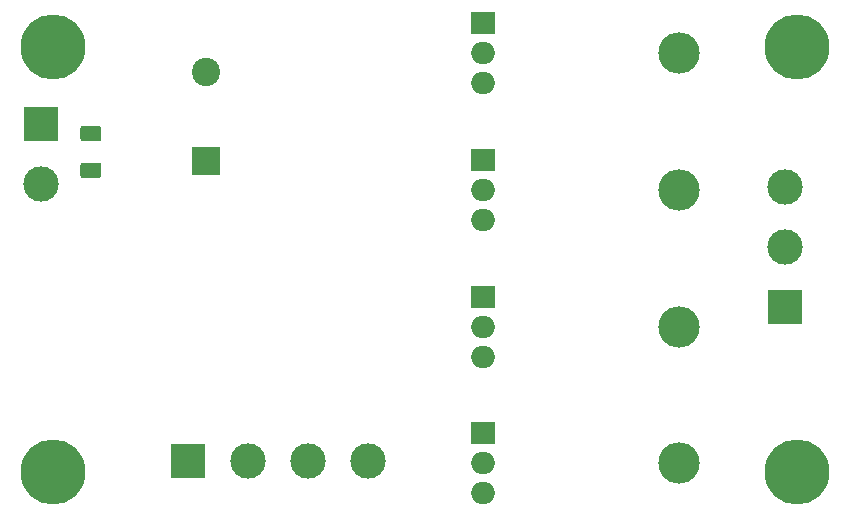
<source format=gbs>
G04 #@! TF.GenerationSoftware,KiCad,Pcbnew,5.1.10*
G04 #@! TF.CreationDate,2021-08-15T22:17:37+12:00*
G04 #@! TF.ProjectId,GateStage,47617465-5374-4616-9765-2e6b69636164,rev?*
G04 #@! TF.SameCoordinates,Original*
G04 #@! TF.FileFunction,Soldermask,Bot*
G04 #@! TF.FilePolarity,Negative*
%FSLAX46Y46*%
G04 Gerber Fmt 4.6, Leading zero omitted, Abs format (unit mm)*
G04 Created by KiCad (PCBNEW 5.1.10) date 2021-08-15 22:17:37*
%MOMM*%
%LPD*%
G01*
G04 APERTURE LIST*
%ADD10C,3.000000*%
%ADD11R,3.000000X3.000000*%
%ADD12C,5.500000*%
%ADD13C,2.400000*%
%ADD14R,2.400000X2.400000*%
%ADD15O,2.000000X1.905000*%
%ADD16R,2.000000X1.905000*%
%ADD17O,3.500000X3.500000*%
G04 APERTURE END LIST*
D10*
X181828000Y-45950000D03*
X181828000Y-51030000D03*
D11*
X181828000Y-56110000D03*
D10*
X118828000Y-45690000D03*
D11*
X118828000Y-40610000D03*
D10*
X146560000Y-69200000D03*
D11*
X131320000Y-69200000D03*
D10*
X141480000Y-69200000D03*
X136400000Y-69200000D03*
D12*
X182828000Y-70110000D03*
X119828000Y-70110000D03*
X182828000Y-34110000D03*
X119828000Y-34110000D03*
D13*
X132828000Y-36250000D03*
D14*
X132828000Y-43750000D03*
G36*
G01*
X123700002Y-42100000D02*
X122399998Y-42100000D01*
G75*
G02*
X122150000Y-41850002I0J249998D01*
G01*
X122150000Y-41024998D01*
G75*
G02*
X122399998Y-40775000I249998J0D01*
G01*
X123700002Y-40775000D01*
G75*
G02*
X123950000Y-41024998I0J-249998D01*
G01*
X123950000Y-41850002D01*
G75*
G02*
X123700002Y-42100000I-249998J0D01*
G01*
G37*
G36*
G01*
X123700002Y-45225000D02*
X122399998Y-45225000D01*
G75*
G02*
X122150000Y-44975002I0J249998D01*
G01*
X122150000Y-44149998D01*
G75*
G02*
X122399998Y-43900000I249998J0D01*
G01*
X123700002Y-43900000D01*
G75*
G02*
X123950000Y-44149998I0J-249998D01*
G01*
X123950000Y-44975002D01*
G75*
G02*
X123700002Y-45225000I-249998J0D01*
G01*
G37*
D15*
X156228000Y-71890000D03*
X156228000Y-69350000D03*
D16*
X156228000Y-66810000D03*
D17*
X172888000Y-69350000D03*
D15*
X156228000Y-60340000D03*
X156228000Y-57800000D03*
D16*
X156228000Y-55260000D03*
D17*
X172888000Y-57800000D03*
D15*
X156228000Y-48790000D03*
X156228000Y-46250000D03*
D16*
X156228000Y-43710000D03*
D17*
X172888000Y-46250000D03*
D15*
X156228000Y-37190000D03*
X156228000Y-34650000D03*
D16*
X156228000Y-32110000D03*
D17*
X172888000Y-34650000D03*
M02*

</source>
